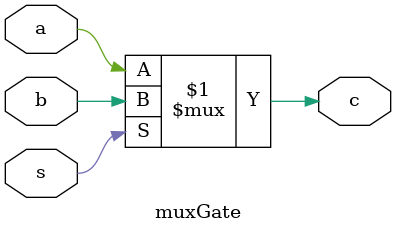
<source format=v>
module muxGate( a, b, s, c);

	input a;
	input b;
    input s;
	output c;

	assign c = s ? b:a;

endmodule

</source>
